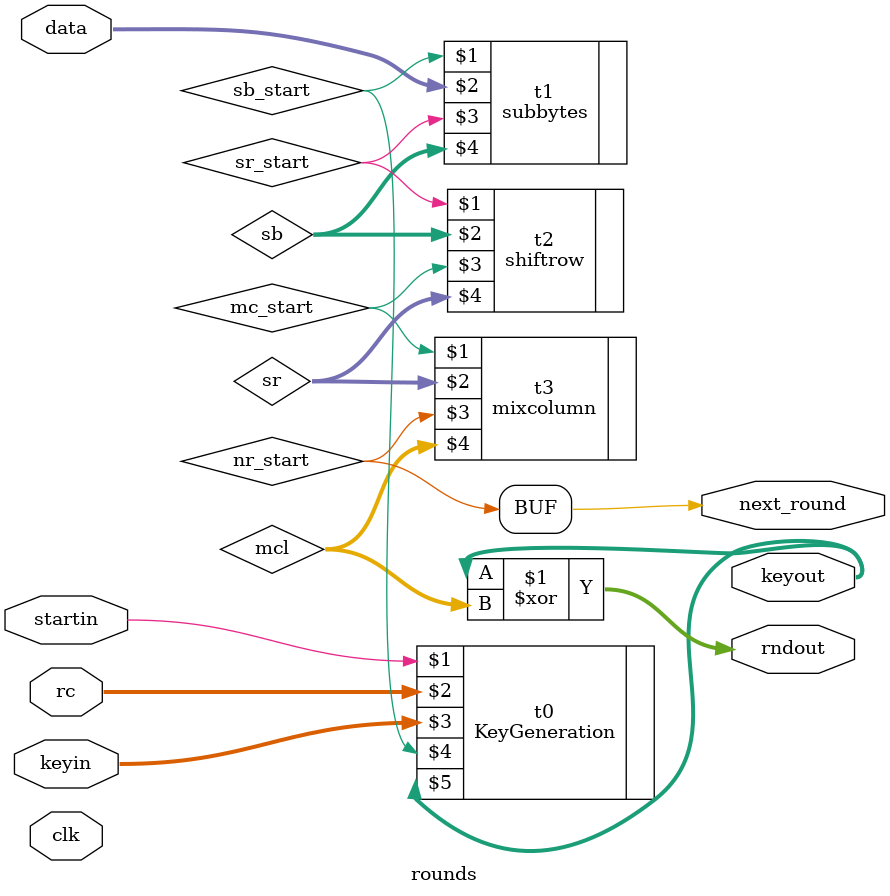
<source format=sv>
`timescale 1ns / 1ps

module rounds(clk,startin,rc,data,keyin,next_round,keyout,rndout);
  input clk;
  input startin;
  input [3:0]rc;
  input [127:0]data;
  input [127:0]keyin;
  output next_round;
  output [127:0]keyout;
  output [127:0]rndout;

  wire [127:0] sb,sr,mcl;
  wire sb_start,sr_start,mc_start,nr_start;

  KeyGeneration t0(startin,rc,keyin,sb_start,keyout);
  subbytes t1(sb_start,data,sr_start,sb);
  shiftrow t2(sr_start,sb,mc_start,sr);
  mixcolumn t3(mc_start,sr,nr_start,mcl);
  assign rndout= keyout^mcl;
  assign next_round = nr_start;

endmodule

</source>
